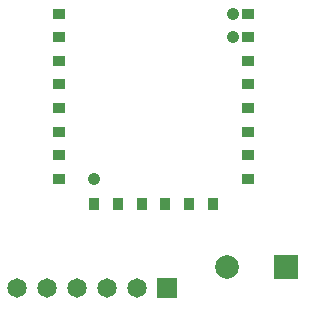
<source format=gts>
%FSLAX33Y33*%
%MOMM*%
%AMRect-W2000000-H2000000-RO1.000*
21,1,2.,2.,0.,0.,180*%
%AMRect-W1650000-H1650000-RO0.500*
21,1,1.65,1.65,0.,0.,270*%
%ADD10C,1.0668*%
%ADD11C,2.*%
%ADD12Rect-W2000000-H2000000-RO1.000*%
%ADD13R,1.X0.9*%
%ADD14R,0.9X1.*%
%ADD15C,1.65*%
%ADD16Rect-W1650000-H1650000-RO0.500*%
D10*
%LNtop solder mask_traces*%
G01*
X20752Y27024D03*
X20752Y29024D03*
X9000Y15024D03*
%LNtop solder mask component b36f02837b6dd331*%
D11*
X20215Y7595D03*
D12*
X25215Y7595D03*
%LNtop solder mask component 3134cdede5e0ff57*%
D13*
X6000Y29024D03*
X6000Y27024D03*
X6000Y25024D03*
X6000Y23024D03*
X6000Y21024D03*
X6000Y19024D03*
X6000Y17024D03*
X6000Y15024D03*
X22000Y15024D03*
X22000Y17024D03*
X22000Y19024D03*
X22000Y21024D03*
X22000Y23024D03*
X22000Y25024D03*
X22000Y27024D03*
X22000Y29024D03*
D14*
X9000Y12924D03*
X11000Y12924D03*
X13000Y12924D03*
X15000Y12924D03*
X17000Y12924D03*
X19000Y12924D03*
%LNtop solder mask component c08336de5716e202*%
D15*
X12610Y5800D03*
X10070Y5800D03*
X7530Y5800D03*
X4990Y5800D03*
X2450Y5800D03*
D16*
X15150Y5800D03*
M02*
</source>
